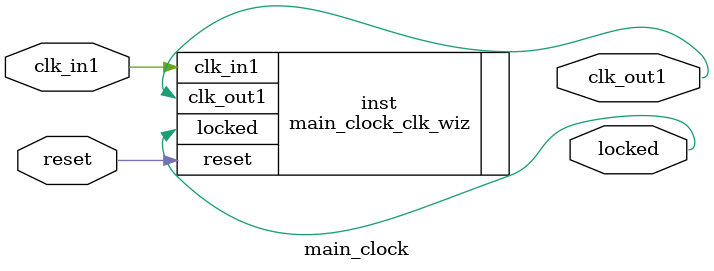
<source format=v>


`timescale 1ps/1ps

(* CORE_GENERATION_INFO = "main_clock,clk_wiz_v6_0_6_0_0,{component_name=main_clock,use_phase_alignment=true,use_min_o_jitter=false,use_max_i_jitter=false,use_dyn_phase_shift=false,use_inclk_switchover=false,use_dyn_reconfig=false,enable_axi=0,feedback_source=FDBK_AUTO,PRIMITIVE=MMCM,num_out_clk=1,clkin1_period=10.000,clkin2_period=10.000,use_power_down=false,use_reset=true,use_locked=true,use_inclk_stopped=false,feedback_type=SINGLE,CLOCK_MGR_TYPE=NA,manual_override=false}" *)

module main_clock 
 (
  // Clock out ports
  output        clk_out1,
  // Status and control signals
  input         reset,
  output        locked,
 // Clock in ports
  input         clk_in1
 );

  main_clock_clk_wiz inst
  (
  // Clock out ports  
  .clk_out1(clk_out1),
  // Status and control signals               
  .reset(reset), 
  .locked(locked),
 // Clock in ports
  .clk_in1(clk_in1)
  );

endmodule

</source>
